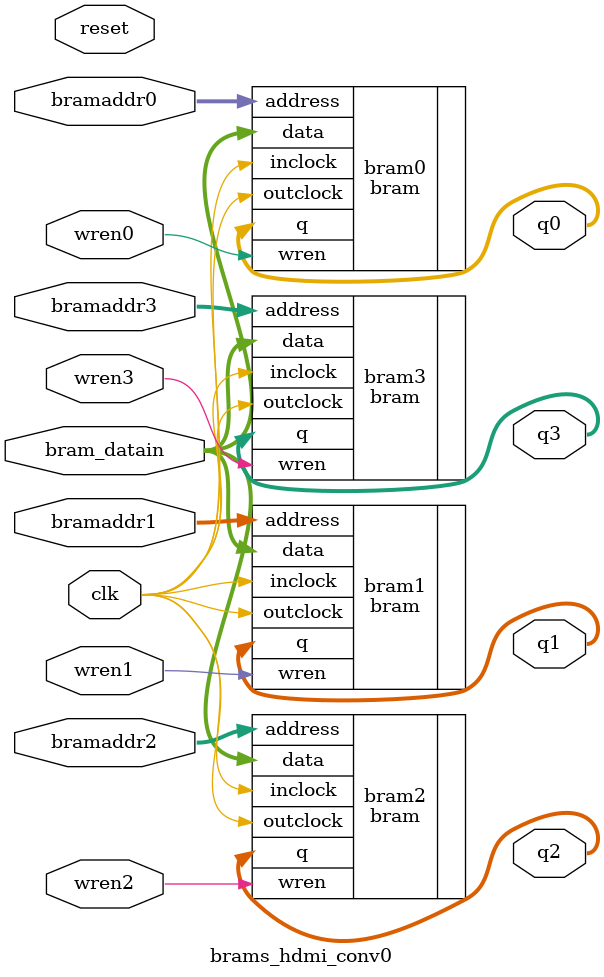
<source format=v>
module brams_hdmi_conv0(
	input clk,
	input reset,
	input [23:0] bram_datain,
	input [10:0] bramaddr0, bramaddr1, bramaddr2, bramaddr3,
	input	wren0, wren1, wren2, wren3,
	output [23:0] q0, q1, q2, q3
);


bram bram0  (
	.data		(bram_datain),//24bit
	.address	(bramaddr0),//11bit
	.wren		(wren0),
	.inclock	(clk),
	.outclock(clk),
	.q			(q0) //24bit
);
bram bram1  (
	.data		(bram_datain),//24bit
	.address	(bramaddr1),//11bit
	.wren		(wren1),
	.inclock	(clk),
	.outclock(clk),
	.q			(q1) //24bit
);
bram bram2  (
	.data		(bram_datain),//24bit
	.address	(bramaddr2),//11bit
	.wren		(wren2),
	.inclock	(clk),
	.outclock(clk),
	.q			(q2) //24bit
);
bram bram3  (
	.data		(bram_datain),//24bit
	.address	(bramaddr3),//11bit
	.wren		(wren3),
	.inclock	(clk),
	.outclock(clk),
	.q			(q3) //24bit
);


endmodule 
</source>
